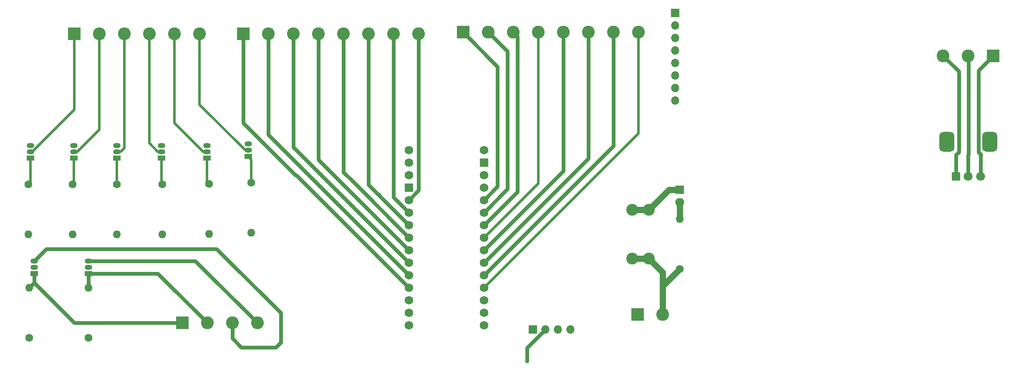
<source format=gbr>
%TF.GenerationSoftware,KiCad,Pcbnew,7.0.8*%
%TF.CreationDate,2024-12-10T03:26:12-06:00*%
%TF.ProjectId,CANBOARD_REV2,43414e42-4f41-4524-945f-524556322e6b,rev?*%
%TF.SameCoordinates,Original*%
%TF.FileFunction,Copper,L1,Top*%
%TF.FilePolarity,Positive*%
%FSLAX46Y46*%
G04 Gerber Fmt 4.6, Leading zero omitted, Abs format (unit mm)*
G04 Created by KiCad (PCBNEW 7.0.8) date 2024-12-10 03:26:12*
%MOMM*%
%LPD*%
G01*
G04 APERTURE LIST*
G04 Aperture macros list*
%AMRoundRect*
0 Rectangle with rounded corners*
0 $1 Rounding radius*
0 $2 $3 $4 $5 $6 $7 $8 $9 X,Y pos of 4 corners*
0 Add a 4 corners polygon primitive as box body*
4,1,4,$2,$3,$4,$5,$6,$7,$8,$9,$2,$3,0*
0 Add four circle primitives for the rounded corners*
1,1,$1+$1,$2,$3*
1,1,$1+$1,$4,$5*
1,1,$1+$1,$6,$7*
1,1,$1+$1,$8,$9*
0 Add four rect primitives between the rounded corners*
20,1,$1+$1,$2,$3,$4,$5,0*
20,1,$1+$1,$4,$5,$6,$7,0*
20,1,$1+$1,$6,$7,$8,$9,0*
20,1,$1+$1,$8,$9,$2,$3,0*%
G04 Aperture macros list end*
%TA.AperFunction,ComponentPad*%
%ADD10R,2.600000X2.600000*%
%TD*%
%TA.AperFunction,ComponentPad*%
%ADD11C,2.600000*%
%TD*%
%TA.AperFunction,ComponentPad*%
%ADD12R,1.800000X1.800000*%
%TD*%
%TA.AperFunction,ComponentPad*%
%ADD13C,1.800000*%
%TD*%
%TA.AperFunction,ComponentPad*%
%ADD14RoundRect,0.750000X0.750000X-1.250000X0.750000X1.250000X-0.750000X1.250000X-0.750000X-1.250000X0*%
%TD*%
%TA.AperFunction,ComponentPad*%
%ADD15C,1.600000*%
%TD*%
%TA.AperFunction,ComponentPad*%
%ADD16O,1.600000X1.600000*%
%TD*%
%TA.AperFunction,ComponentPad*%
%ADD17R,1.500000X1.050000*%
%TD*%
%TA.AperFunction,ComponentPad*%
%ADD18O,1.500000X1.050000*%
%TD*%
%TA.AperFunction,ComponentPad*%
%ADD19C,2.400000*%
%TD*%
%TA.AperFunction,ComponentPad*%
%ADD20R,1.700000X1.700000*%
%TD*%
%TA.AperFunction,ComponentPad*%
%ADD21O,1.700000X1.700000*%
%TD*%
%TA.AperFunction,ComponentPad*%
%ADD22C,1.727200*%
%TD*%
%TA.AperFunction,ComponentPad*%
%ADD23R,1.727200X1.727200*%
%TD*%
%TA.AperFunction,ViaPad*%
%ADD24C,0.800000*%
%TD*%
%TA.AperFunction,Conductor*%
%ADD25C,0.750000*%
%TD*%
%TA.AperFunction,Conductor*%
%ADD26C,1.250000*%
%TD*%
%TA.AperFunction,Conductor*%
%ADD27C,0.500000*%
%TD*%
G04 APERTURE END LIST*
D10*
%TO.P,J7,1,Pin_1*%
%TO.N,GND*%
X176000000Y-102305000D03*
D11*
%TO.P,J7,2,Pin_2*%
%TO.N,/Input_Power/V_in_unreg*%
X181080000Y-102305000D03*
%TD*%
D12*
%TO.P,RV1,1,1*%
%TO.N,/Throttle/Accel_power*%
X240555000Y-74305000D03*
D13*
%TO.P,RV1,2,2*%
%TO.N,/Throttle/Accel_sig*%
X243055000Y-74305000D03*
%TO.P,RV1,3,3*%
%TO.N,/Throttle/Accel_GND*%
X245555000Y-74305000D03*
D14*
%TO.P,RV1,MP*%
%TO.N,N/C*%
X238655000Y-67305000D03*
X247455000Y-67305000D03*
%TD*%
D15*
%TO.P,R9,1*%
%TO.N,GND*%
X52545000Y-107080000D03*
D16*
%TO.P,R9,2*%
%TO.N,/Arduino/kill_vout*%
X52545000Y-96920000D03*
%TD*%
D15*
%TO.P,R8,1*%
%TO.N,GND*%
X64545000Y-107080000D03*
D16*
%TO.P,R8,2*%
%TO.N,/Arduino/starter_vout*%
X64545000Y-96920000D03*
%TD*%
D17*
%TO.P,Q8,1,S*%
%TO.N,/Arduino/kill_vout*%
X53545000Y-94000000D03*
D18*
%TO.P,Q8,2,G*%
%TO.N,kill_sig*%
X53545000Y-92730000D03*
%TO.P,Q8,3,D*%
%TO.N,/Arduino/kill_vin*%
X53545000Y-91460000D03*
%TD*%
D17*
%TO.P,Q7,1,S*%
%TO.N,/Arduino/starter_vout*%
X64545000Y-94000000D03*
D18*
%TO.P,Q7,2,G*%
%TO.N,start_sig*%
X64545000Y-92730000D03*
%TO.P,Q7,3,D*%
%TO.N,/Arduino/starter_vin*%
X64545000Y-91460000D03*
%TD*%
D17*
%TO.P,Q6,1,S*%
%TO.N,deadman_left*%
X96965000Y-70270000D03*
D18*
%TO.P,Q6,2,G*%
%TO.N,/Safety Circuitry/deadman_left_switch*%
X96965000Y-69000000D03*
%TO.P,Q6,3,D*%
%TO.N,+3V3*%
X96965000Y-67730000D03*
%TD*%
D17*
%TO.P,Q5,1,S*%
%TO.N,deadman_right*%
X88545000Y-70540000D03*
D18*
%TO.P,Q5,2,G*%
%TO.N,/Safety Circuitry/deadman_right_switch*%
X88545000Y-69270000D03*
%TO.P,Q5,3,D*%
%TO.N,+3V3*%
X88545000Y-68000000D03*
%TD*%
D17*
%TO.P,Q4,1,S*%
%TO.N,neutral_left*%
X79335000Y-70540000D03*
D18*
%TO.P,Q4,2,G*%
%TO.N,/Safety Circuitry/neutral_left_switch*%
X79335000Y-69270000D03*
%TO.P,Q4,3,D*%
%TO.N,+3V3*%
X79335000Y-68000000D03*
%TD*%
D17*
%TO.P,Q3,1,S*%
%TO.N,neutral_right*%
X70335000Y-70540000D03*
D18*
%TO.P,Q3,2,G*%
%TO.N,/Safety Circuitry/neutral_right_switch*%
X70335000Y-69270000D03*
%TO.P,Q3,3,D*%
%TO.N,+3V3*%
X70335000Y-68000000D03*
%TD*%
D17*
%TO.P,Q2,1,S*%
%TO.N,brake_signal*%
X61545000Y-70540000D03*
D18*
%TO.P,Q2,2,G*%
%TO.N,/Safety Circuitry/brake_switch*%
X61545000Y-69270000D03*
%TO.P,Q2,3,D*%
%TO.N,+3V3*%
X61545000Y-68000000D03*
%TD*%
%TO.P,Q1,3,D*%
%TO.N,+3V3*%
X52755000Y-68000000D03*
%TO.P,Q1,2,G*%
%TO.N,/Safety Circuitry/seat_switch*%
X52755000Y-69270000D03*
D17*
%TO.P,Q1,1,S*%
%TO.N,seat_signal*%
X52755000Y-70540000D03*
%TD*%
D10*
%TO.P,J10,1,Pin_1*%
%TO.N,/Arduino/kill_vout*%
X83545000Y-104000000D03*
D11*
%TO.P,J10,2,Pin_2*%
%TO.N,/Arduino/starter_vout*%
X88625000Y-104000000D03*
%TO.P,J10,3,Pin_3*%
%TO.N,/Arduino/kill_vin*%
X93705000Y-104000000D03*
%TO.P,J10,4,Pin_4*%
%TO.N,/Arduino/starter_vin*%
X98785000Y-104000000D03*
%TD*%
D19*
%TO.P,F1,1*%
%TO.N,/Input_Power/V_in_unreg*%
X174845000Y-90960000D03*
%TO.P,F1,2*%
%TO.N,V_in*%
X174845000Y-81040000D03*
%TO.P,F1,3*%
%TO.N,/Input_Power/V_in_unreg*%
X178245000Y-90960000D03*
%TO.P,F1,4*%
%TO.N,V_in*%
X178245000Y-81040000D03*
%TD*%
D10*
%TO.P,J4,1,Pin_1*%
%TO.N,/Throttle/Accel_GND*%
X248115000Y-49805000D03*
D11*
%TO.P,J4,2,Pin_2*%
%TO.N,/Throttle/Accel_sig*%
X243035000Y-49805000D03*
%TO.P,J4,3,Pin_3*%
%TO.N,/Throttle/Accel_power*%
X237955000Y-49805000D03*
%TD*%
D12*
%TO.P,D1,1,K*%
%TO.N,V_in*%
X184545000Y-77000000D03*
D13*
%TO.P,D1,2,A*%
%TO.N,Net-(D1-A)*%
X184545000Y-79540000D03*
%TD*%
D15*
%TO.P,R1,1*%
%TO.N,/Input_Power/V_in_unreg*%
X184545000Y-93080000D03*
D16*
%TO.P,R1,2*%
%TO.N,Net-(D1-A)*%
X184545000Y-82920000D03*
%TD*%
D20*
%TO.P,J1,1,Pin_1*%
%TO.N,+3V3*%
X154745000Y-105375000D03*
D21*
%TO.P,J1,2,Pin_2*%
%TO.N,GND*%
X157285000Y-105375000D03*
%TO.P,J1,3,Pin_3*%
%TO.N,/Arduino/CAN_RX*%
X159825000Y-105375000D03*
%TO.P,J1,4,Pin_4*%
%TO.N,/Arduino/CAN_TX*%
X162365000Y-105375000D03*
%TD*%
D15*
%TO.P,R5,1*%
%TO.N,neutral_left*%
X79545000Y-75920000D03*
D16*
%TO.P,R5,2*%
%TO.N,GND*%
X79545000Y-86080000D03*
%TD*%
D11*
%TO.P,J2,8,Pin_8*%
%TO.N,/Arduino/A0*%
X176105000Y-45000000D03*
%TO.P,J2,7,Pin_7*%
%TO.N,/Arduino/A1*%
X171025000Y-45000000D03*
%TO.P,J2,6,Pin_6*%
%TO.N,/Arduino/A2*%
X165945000Y-45000000D03*
%TO.P,J2,5,Pin_5*%
%TO.N,/Arduino/A3*%
X160865000Y-45000000D03*
%TO.P,J2,4,Pin_4*%
%TO.N,/Arduino/A4{slash}SDA*%
X155785000Y-45000000D03*
%TO.P,J2,3,Pin_3*%
%TO.N,/Arduino/A5{slash}SCL*%
X150705000Y-45000000D03*
%TO.P,J2,2,Pin_2*%
%TO.N,/Arduino/A6*%
X145625000Y-45000000D03*
D10*
%TO.P,J2,1,Pin_1*%
%TO.N,/Arduino/A7*%
X140545000Y-45000000D03*
%TD*%
D11*
%TO.P,J3,8,Pin_8*%
%TO.N,seat_signal*%
X131545000Y-45305000D03*
%TO.P,J3,7,Pin_7*%
%TO.N,brake_signal*%
X126465000Y-45305000D03*
%TO.P,J3,6,Pin_6*%
%TO.N,neutral_right*%
X121385000Y-45305000D03*
%TO.P,J3,5,Pin_5*%
%TO.N,neutral_left*%
X116305000Y-45305000D03*
%TO.P,J3,4,Pin_4*%
%TO.N,deadman_right*%
X111225000Y-45305000D03*
%TO.P,J3,3,Pin_3*%
%TO.N,deadman_left*%
X106145000Y-45305000D03*
%TO.P,J3,2,Pin_2*%
%TO.N,start_sig*%
X101065000Y-45305000D03*
D10*
%TO.P,J3,1,Pin_1*%
%TO.N,kill_sig*%
X95985000Y-45305000D03*
%TD*%
D22*
%TO.P,A1,3V3,3.3V*%
%TO.N,+3V3*%
X144785000Y-101940000D03*
%TO.P,A1,5V,5V*%
%TO.N,+5V*%
X144785000Y-76540000D03*
%TO.P,A1,A0,A0*%
%TO.N,/Arduino/A0*%
X144785000Y-96860000D03*
%TO.P,A1,A1,A1*%
%TO.N,/Arduino/A1*%
X144785000Y-94320000D03*
%TO.P,A1,A2,A2*%
%TO.N,/Arduino/A2*%
X144785000Y-91780000D03*
%TO.P,A1,A3,A3*%
%TO.N,/Arduino/A3*%
X144785000Y-89240000D03*
%TO.P,A1,A4,A4/SDA*%
%TO.N,/Arduino/A4{slash}SDA*%
X144785000Y-86700000D03*
%TO.P,A1,A5,A5/SCL*%
%TO.N,/Arduino/A5{slash}SCL*%
X144785000Y-84160000D03*
%TO.P,A1,A6,A6*%
%TO.N,/Arduino/A6*%
X144785000Y-81620000D03*
%TO.P,A1,A7,A7*%
%TO.N,/Arduino/A7*%
X144785000Y-79080000D03*
%TO.P,A1,B0,B0*%
%TO.N,unconnected-(A1-PadB0)*%
X144785000Y-99400000D03*
%TO.P,A1,B1,B1*%
%TO.N,unconnected-(A1-PadB1)*%
X144785000Y-74000000D03*
%TO.P,A1,D0,D0/RX*%
%TO.N,unconnected-(A1-D0{slash}RX-PadD0)*%
X129545000Y-71460000D03*
%TO.P,A1,D1,D1/TX*%
%TO.N,unconnected-(A1-D1{slash}TX-PadD1)*%
X129545000Y-68920000D03*
%TO.P,A1,D2,D2*%
%TO.N,seat_signal*%
X129545000Y-79080000D03*
%TO.P,A1,D3,D3*%
%TO.N,brake_signal*%
X129545000Y-81620000D03*
%TO.P,A1,D4,D4*%
%TO.N,neutral_right*%
X129545000Y-84160000D03*
%TO.P,A1,D5,D5*%
%TO.N,neutral_left*%
X129545000Y-86700000D03*
%TO.P,A1,D6,D6*%
%TO.N,deadman_right*%
X129545000Y-89240000D03*
%TO.P,A1,D7,D7*%
%TO.N,deadman_left*%
X129545000Y-91780000D03*
%TO.P,A1,D8,D8*%
%TO.N,start_sig*%
X129545000Y-94320000D03*
%TO.P,A1,D9,D9*%
%TO.N,kill_sig*%
X129545000Y-96860000D03*
%TO.P,A1,D10,D10*%
%TO.N,/Arduino/CAN_RX*%
X129545000Y-99400000D03*
%TO.P,A1,D11,D11_MOSI*%
%TO.N,/Arduino/CAN_TX*%
X129545000Y-101940000D03*
%TO.P,A1,D12,D12_MISO*%
%TO.N,unconnected-(A1-D12_MISO-PadD12)*%
X129545000Y-104480000D03*
%TO.P,A1,D13,D13_SCK*%
%TO.N,unconnected-(A1-D13_SCK-PadD13)*%
X144785000Y-104480000D03*
D23*
%TO.P,A1,GND1,GND*%
%TO.N,GND*%
X129545000Y-76540000D03*
%TO.P,A1,GND2,GND*%
X144785000Y-71460000D03*
D22*
%TO.P,A1,RST,~{RESET}*%
%TO.N,unconnected-(A1-~{RESET}-PadRST)*%
X129545000Y-74000000D03*
%TO.P,A1,VIN,VIN*%
%TO.N,V_in*%
X144785000Y-68920000D03*
%TD*%
D15*
%TO.P,R2,1*%
%TO.N,seat_signal*%
X52335000Y-75920000D03*
D16*
%TO.P,R2,2*%
%TO.N,GND*%
X52335000Y-86080000D03*
%TD*%
D15*
%TO.P,R7,1*%
%TO.N,deadman_left*%
X97595000Y-75570000D03*
D16*
%TO.P,R7,2*%
%TO.N,GND*%
X97595000Y-85730000D03*
%TD*%
D15*
%TO.P,R6,1*%
%TO.N,deadman_right*%
X88965000Y-75840000D03*
D16*
%TO.P,R6,2*%
%TO.N,GND*%
X88965000Y-86000000D03*
%TD*%
D15*
%TO.P,R4,1*%
%TO.N,neutral_right*%
X70335000Y-75920000D03*
D16*
%TO.P,R4,2*%
%TO.N,GND*%
X70335000Y-86080000D03*
%TD*%
D15*
%TO.P,R3,1*%
%TO.N,brake_signal*%
X61335000Y-75920000D03*
D16*
%TO.P,R3,2*%
%TO.N,GND*%
X61335000Y-86080000D03*
%TD*%
D10*
%TO.P,J8,1,Pin_1*%
%TO.N,/Safety Circuitry/seat_switch*%
X61635000Y-45305000D03*
D11*
%TO.P,J8,2,Pin_2*%
%TO.N,/Safety Circuitry/brake_switch*%
X66715000Y-45305000D03*
%TO.P,J8,3,Pin_3*%
%TO.N,/Safety Circuitry/neutral_right_switch*%
X71795000Y-45305000D03*
%TO.P,J8,4,Pin_4*%
%TO.N,/Safety Circuitry/neutral_left_switch*%
X76875000Y-45305000D03*
%TO.P,J8,5,Pin_5*%
%TO.N,/Safety Circuitry/deadman_right_switch*%
X81955000Y-45305000D03*
%TO.P,J8,6,Pin_6*%
%TO.N,/Safety Circuitry/deadman_left_switch*%
X87035000Y-45305000D03*
%TD*%
D20*
%TO.P,J6,1,Pin_1*%
%TO.N,+5V*%
X183545000Y-41125000D03*
D21*
%TO.P,J6,2,Pin_2*%
X183545000Y-43665000D03*
%TO.P,J6,3,Pin_3*%
%TO.N,+3V3*%
X183545000Y-46205000D03*
%TO.P,J6,4,Pin_4*%
X183545000Y-48745000D03*
%TO.P,J6,5,Pin_5*%
%TO.N,GND*%
X183545000Y-51285000D03*
%TO.P,J6,6,Pin_6*%
X183545000Y-53825000D03*
%TO.P,J6,7,Pin_7*%
X183545000Y-56365000D03*
%TO.P,J6,8,Pin_8*%
X183545000Y-58905000D03*
%TD*%
D24*
%TO.N,GND*%
X153535000Y-111805000D03*
%TO.N,neutral_right*%
X123545000Y-78000000D03*
%TO.N,neutral_left*%
X118195000Y-75350000D03*
%TO.N,deadman_right*%
X113425000Y-73120000D03*
%TO.N,deadman_left*%
X109155000Y-71390000D03*
%TD*%
D25*
%TO.N,GND*%
X153535000Y-109125000D02*
X153535000Y-111805000D01*
X157285000Y-105375000D02*
X153535000Y-109125000D01*
D26*
%TO.N,/Input_Power/V_in_unreg*%
X181080000Y-102305000D02*
X181080000Y-96545000D01*
D25*
%TO.N,/Throttle/Accel_power*%
X241115000Y-69355000D02*
X240555000Y-69915000D01*
X241115000Y-52965000D02*
X241115000Y-69355000D01*
X240555000Y-69915000D02*
X240555000Y-74305000D01*
X237955000Y-49805000D02*
X241115000Y-52965000D01*
%TO.N,/Throttle/Accel_sig*%
X243055000Y-69915000D02*
X243055000Y-74305000D01*
X243115000Y-69855000D02*
X243055000Y-69915000D01*
%TO.N,/Throttle/Accel_GND*%
X245555000Y-69915000D02*
X245555000Y-74305000D01*
X245615000Y-69855000D02*
X245555000Y-69915000D01*
X248115000Y-49805000D02*
X245115000Y-52805000D01*
X245115000Y-52805000D02*
X245115000Y-69355000D01*
X245115000Y-69355000D02*
X245615000Y-69855000D01*
D26*
%TO.N,Net-(D1-A)*%
X184545000Y-79540000D02*
X184545000Y-82920000D01*
%TO.N,V_in*%
X182285000Y-77000000D02*
X178245000Y-81040000D01*
X184545000Y-77000000D02*
X182285000Y-77000000D01*
X174845000Y-81040000D02*
X178245000Y-81040000D01*
%TO.N,/Input_Power/V_in_unreg*%
X178245000Y-90960000D02*
X174845000Y-90960000D01*
X181080000Y-93795000D02*
X178245000Y-90960000D01*
X181080000Y-96545000D02*
X181080000Y-93795000D01*
X181080000Y-96545000D02*
X184545000Y-93080000D01*
D25*
%TO.N,neutral_left*%
X116305000Y-73460000D02*
X118195000Y-75350000D01*
X118195000Y-75350000D02*
X129545000Y-86700000D01*
%TO.N,deadman_right*%
X111225000Y-70920000D02*
X129545000Y-89240000D01*
X111225000Y-45000000D02*
X111225000Y-70920000D01*
%TO.N,deadman_left*%
X109155000Y-71390000D02*
X129545000Y-91780000D01*
X106145000Y-68380000D02*
X109155000Y-71390000D01*
%TO.N,kill_sig*%
X106685000Y-74000000D02*
X129545000Y-96860000D01*
X95985000Y-63440000D02*
X106545000Y-74000000D01*
X95985000Y-45000000D02*
X95985000Y-63440000D01*
X106545000Y-74000000D02*
X106685000Y-74000000D01*
%TO.N,start_sig*%
X101065000Y-65840000D02*
X129545000Y-94320000D01*
X101065000Y-45000000D02*
X101065000Y-65840000D01*
%TO.N,deadman_left*%
X106145000Y-45000000D02*
X106145000Y-68380000D01*
%TO.N,neutral_left*%
X116305000Y-45000000D02*
X116305000Y-73460000D01*
%TO.N,neutral_right*%
X121385000Y-76000000D02*
X129545000Y-84160000D01*
X121385000Y-45000000D02*
X121385000Y-76000000D01*
%TO.N,brake_signal*%
X126465000Y-78540000D02*
X129545000Y-81620000D01*
X126465000Y-45000000D02*
X126465000Y-78540000D01*
%TO.N,seat_signal*%
X131545000Y-77080000D02*
X129545000Y-79080000D01*
X131545000Y-45000000D02*
X131545000Y-77080000D01*
%TO.N,/Arduino/A6*%
X149545000Y-48920000D02*
X149545000Y-76860000D01*
X149545000Y-76860000D02*
X144785000Y-81620000D01*
X145625000Y-45000000D02*
X149545000Y-48920000D01*
%TO.N,/Arduino/A5{slash}SCL*%
X151545000Y-45840000D02*
X151545000Y-77400000D01*
X151545000Y-77400000D02*
X144785000Y-84160000D01*
X150705000Y-45000000D02*
X151545000Y-45840000D01*
D27*
%TO.N,/Arduino/A0*%
X176105000Y-65540000D02*
X144785000Y-96860000D01*
X176105000Y-45000000D02*
X176105000Y-65540000D01*
D25*
%TO.N,/Arduino/A1*%
X171025000Y-68080000D02*
X144785000Y-94320000D01*
X171025000Y-45000000D02*
X171025000Y-68080000D01*
%TO.N,/Arduino/A2*%
X165945000Y-70620000D02*
X144785000Y-91780000D01*
X165945000Y-45000000D02*
X165945000Y-70620000D01*
%TO.N,/Arduino/A3*%
X160865000Y-73160000D02*
X144785000Y-89240000D01*
X160865000Y-45000000D02*
X160865000Y-73160000D01*
D27*
%TO.N,/Arduino/A4{slash}SDA*%
X155785000Y-75700000D02*
X144785000Y-86700000D01*
X155785000Y-45000000D02*
X155785000Y-75700000D01*
D25*
%TO.N,/Arduino/A7*%
X147545000Y-76320000D02*
X144785000Y-79080000D01*
X147545000Y-52000000D02*
X147545000Y-76320000D01*
X140545000Y-45000000D02*
X147545000Y-52000000D01*
%TO.N,/Arduino/kill_vin*%
X93705000Y-107160000D02*
X93705000Y-104000000D01*
X95545000Y-109000000D02*
X93705000Y-107160000D01*
X102545000Y-109000000D02*
X95545000Y-109000000D01*
X103545000Y-108000000D02*
X102545000Y-109000000D01*
X103545000Y-102000000D02*
X103545000Y-108000000D01*
X90545000Y-89000000D02*
X103545000Y-102000000D01*
X56005000Y-89000000D02*
X90545000Y-89000000D01*
X53545000Y-91460000D02*
X56005000Y-89000000D01*
%TO.N,/Arduino/starter_vin*%
X86245000Y-91460000D02*
X98785000Y-104000000D01*
X64545000Y-91460000D02*
X86245000Y-91460000D01*
%TO.N,/Arduino/kill_vout*%
X61625000Y-104000000D02*
X83545000Y-104000000D01*
X53545000Y-95920000D02*
X61625000Y-104000000D01*
X53545000Y-95920000D02*
X52545000Y-96920000D01*
X53545000Y-94000000D02*
X53545000Y-95920000D01*
%TO.N,/Arduino/starter_vout*%
X64545000Y-94000000D02*
X78625000Y-94000000D01*
X78625000Y-94000000D02*
X88625000Y-104000000D01*
X64545000Y-94000000D02*
X64545000Y-96920000D01*
%TO.N,/Throttle/Accel_sig*%
X243115000Y-49885000D02*
X243115000Y-69855000D01*
X243035000Y-49805000D02*
X243115000Y-49885000D01*
D27*
%TO.N,/Safety Circuitry/deadman_left_switch*%
X87035000Y-59700000D02*
X96335000Y-69000000D01*
X96335000Y-69000000D02*
X96965000Y-69000000D01*
X87035000Y-45305000D02*
X87035000Y-59700000D01*
%TO.N,/Safety Circuitry/deadman_right_switch*%
X87798675Y-69270000D02*
X88545000Y-69270000D01*
X81955000Y-63426325D02*
X87798675Y-69270000D01*
X81955000Y-45305000D02*
X81955000Y-63426325D01*
%TO.N,/Safety Circuitry/neutral_left_switch*%
X78588675Y-69270000D02*
X79335000Y-69270000D01*
X76875000Y-67556325D02*
X78588675Y-69270000D01*
X76875000Y-45305000D02*
X76875000Y-67556325D01*
%TO.N,/Safety Circuitry/neutral_right_switch*%
X71795000Y-45305000D02*
X71795000Y-68556325D01*
X71795000Y-68556325D02*
X71081325Y-69270000D01*
X71081325Y-69270000D02*
X70335000Y-69270000D01*
%TO.N,/Safety Circuitry/brake_switch*%
X62291325Y-69270000D02*
X61545000Y-69270000D01*
X66715000Y-64846325D02*
X62291325Y-69270000D01*
X66715000Y-45305000D02*
X66715000Y-64846325D01*
%TO.N,/Safety Circuitry/seat_switch*%
X61635000Y-60723426D02*
X53088426Y-69270000D01*
X61635000Y-45305000D02*
X61635000Y-60723426D01*
X53088426Y-69270000D02*
X52755000Y-69270000D01*
%TO.N,seat_signal*%
X52755000Y-75500000D02*
X52335000Y-75920000D01*
X52755000Y-70540000D02*
X52755000Y-75500000D01*
%TO.N,brake_signal*%
X61545000Y-70540000D02*
X61545000Y-75710000D01*
X61545000Y-75710000D02*
X61335000Y-75920000D01*
%TO.N,neutral_right*%
X70335000Y-70540000D02*
X70335000Y-75920000D01*
%TO.N,neutral_left*%
X79335000Y-75710000D02*
X79545000Y-75920000D01*
X79335000Y-70540000D02*
X79335000Y-75710000D01*
%TO.N,deadman_right*%
X88545000Y-75420000D02*
X88965000Y-75840000D01*
X88545000Y-70540000D02*
X88545000Y-75420000D01*
%TO.N,deadman_left*%
X97595000Y-70900000D02*
X97595000Y-75570000D01*
X96965000Y-70270000D02*
X97595000Y-70900000D01*
%TD*%
M02*

</source>
